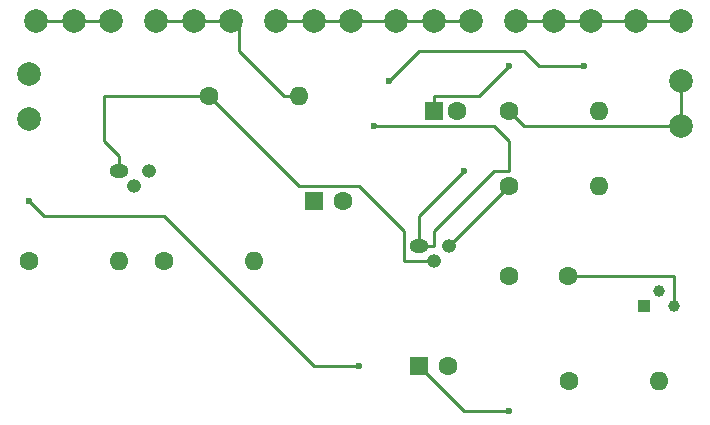
<source format=gbr>
From a3570fe1a74862fe3b49ff83c52edf0bc5e0f8e9 Mon Sep 17 00:00:00 2001
From: Dennis Brentjes <d.brentjes@gmail.com>
Date: Sat, 23 Dec 2017 17:45:31 +0100
Subject: Adds the first pedal to the repo.

---
 zvex fuzz-B.Cu.gbr | 226 +++++++++++++++++++++++++++++++++++++++++++++++++++++
 1 file changed, 226 insertions(+)
 create mode 100644 zvex fuzz-B.Cu.gbr

(limited to 'zvex fuzz-B.Cu.gbr')

diff --git a/zvex fuzz-B.Cu.gbr b/zvex fuzz-B.Cu.gbr
new file mode 100644
index 0000000..f2e432c
--- /dev/null
+++ b/zvex fuzz-B.Cu.gbr	
@@ -0,0 +1,226 @@
+G04 #@! TF.FileFunction,Copper,L2,Bot,Signal*
+%FSLAX46Y46*%
+G04 Gerber Fmt 4.6, Leading zero omitted, Abs format (unit mm)*
+G04 Created by KiCad (PCBNEW 4.0.6) date 10/29/17 11:42:20*
+%MOMM*%
+%LPD*%
+G01*
+G04 APERTURE LIST*
+%ADD10C,0.100000*%
+%ADD11C,1.998980*%
+%ADD12R,1.600000X1.600000*%
+%ADD13C,1.600000*%
+%ADD14C,1.000000*%
+%ADD15R,1.000000X1.000000*%
+%ADD16O,1.600000X1.200000*%
+%ADD17O,1.200000X1.200000*%
+%ADD18O,1.600000X1.600000*%
+%ADD19C,0.600000*%
+%ADD20C,0.250000*%
+G04 APERTURE END LIST*
+D10*
+D11*
+X192405000Y-53340000D03*
+X196215000Y-53340000D03*
+D12*
+X165100000Y-68580000D03*
+D13*
+X167600000Y-68580000D03*
+X181610000Y-74930000D03*
+X186610000Y-74930000D03*
+D12*
+X173990000Y-82550000D03*
+D13*
+X176490000Y-82550000D03*
+D11*
+X161925000Y-53340000D03*
+X165100000Y-53340000D03*
+X168275000Y-53340000D03*
+D12*
+X175260000Y-60960000D03*
+D13*
+X177260000Y-60960000D03*
+D11*
+X172085000Y-53340000D03*
+X175260000Y-53340000D03*
+X178435000Y-53340000D03*
+X151765000Y-53340000D03*
+X154940000Y-53340000D03*
+X158115000Y-53340000D03*
+X140970000Y-61595000D03*
+X140970000Y-57785000D03*
+X196215000Y-62230000D03*
+X196215000Y-58420000D03*
+D14*
+X194310000Y-76200000D03*
+X195580000Y-77470000D03*
+D15*
+X193040000Y-77470000D03*
+D16*
+X173990000Y-72390000D03*
+D17*
+X175260000Y-73660000D03*
+X176530000Y-72390000D03*
+D16*
+X148590000Y-66040000D03*
+D17*
+X149860000Y-67310000D03*
+X151130000Y-66040000D03*
+D13*
+X181610000Y-67310000D03*
+D18*
+X189230000Y-67310000D03*
+D13*
+X186690000Y-83820000D03*
+D18*
+X194310000Y-83820000D03*
+D13*
+X152400000Y-73660000D03*
+D18*
+X160020000Y-73660000D03*
+D13*
+X156210000Y-59690000D03*
+D18*
+X163830000Y-59690000D03*
+D13*
+X140970000Y-73660000D03*
+D18*
+X148590000Y-73660000D03*
+D13*
+X181610000Y-60960000D03*
+D18*
+X189230000Y-60960000D03*
+D11*
+X182245000Y-53340000D03*
+X185420000Y-53340000D03*
+X188595000Y-53340000D03*
+X141605000Y-53340000D03*
+X144780000Y-53340000D03*
+X147955000Y-53340000D03*
+D19*
+X171450000Y-58420000D03*
+X187960000Y-57150000D03*
+X168910000Y-82550000D03*
+X140970000Y-68580000D03*
+X170180000Y-62230000D03*
+X177800000Y-66040000D03*
+X181610000Y-86360000D03*
+X181610000Y-57150000D03*
+D20*
+X196215000Y-53340000D02*
+X192405000Y-53340000D01*
+X171450000Y-58420000D02*
+X173990000Y-55880000D01*
+X173990000Y-55880000D02*
+X182880000Y-55880000D01*
+X182880000Y-55880000D02*
+X184150000Y-57150000D01*
+X184150000Y-57150000D02*
+X187960000Y-57150000D01*
+X168910000Y-82550000D02*
+X165100000Y-82550000D01*
+X165100000Y-82550000D02*
+X152400000Y-69850000D01*
+X152400000Y-69850000D02*
+X142240000Y-69850000D01*
+X142240000Y-69850000D02*
+X140970000Y-68580000D01*
+X140970000Y-62230000D02*
+X140970000Y-61595000D01*
+X173990000Y-72390000D02*
+X175260000Y-72390000D01*
+X175260000Y-72390000D02*
+X175260000Y-71120000D01*
+X175260000Y-71120000D02*
+X180340000Y-66040000D01*
+X180340000Y-66040000D02*
+X181610000Y-66040000D01*
+X181610000Y-66040000D02*
+X181610000Y-63500000D01*
+X181610000Y-63500000D02*
+X180340000Y-62230000D01*
+X180340000Y-62230000D02*
+X170180000Y-62230000D01*
+X173990000Y-72390000D02*
+X173990000Y-69850000D01*
+X173990000Y-69850000D02*
+X177800000Y-66040000D01*
+X186610000Y-74930000D02*
+X195580000Y-74930000D01*
+X195580000Y-74930000D02*
+X195580000Y-77470000D01*
+X186610000Y-83820000D02*
+X186690000Y-83820000D01*
+X173990000Y-82550000D02*
+X177800000Y-86360000D01*
+X177800000Y-86360000D02*
+X181610000Y-86360000D01*
+X181610000Y-60960000D02*
+X182880000Y-62230000D01*
+X182880000Y-62230000D02*
+X196215000Y-62230000D01*
+X196215000Y-62230000D02*
+X196215000Y-58420000D01*
+X181610000Y-57150000D02*
+X179070000Y-59690000D01*
+X179070000Y-59690000D02*
+X175260000Y-59690000D01*
+X175260000Y-59690000D02*
+X175260000Y-60960000D01*
+X181610000Y-67310000D02*
+X176530000Y-72390000D01*
+X168275000Y-53340000D02*
+X165100000Y-53340000D01*
+X175260000Y-53340000D02*
+X178435000Y-53340000D01*
+X172085000Y-53340000D02*
+X168275000Y-53340000D01*
+X165100000Y-53340000D02*
+X161925000Y-53340000D01*
+X175260000Y-53340000D02*
+X172085000Y-53340000D01*
+X158115000Y-53340000D02*
+X158750000Y-53340000D01*
+X158750000Y-53340000D02*
+X158750000Y-55880000D01*
+X158750000Y-55880000D02*
+X162560000Y-59690000D01*
+X162560000Y-59690000D02*
+X163830000Y-59690000D01*
+X158115000Y-53340000D02*
+X158750000Y-53340000D01*
+X158115000Y-53340000D02*
+X154940000Y-53340000D01*
+X154940000Y-53340000D02*
+X151765000Y-53340000D01*
+X156210000Y-59690000D02*
+X163830000Y-67310000D01*
+X163830000Y-67310000D02*
+X168910000Y-67310000D01*
+X168910000Y-67310000D02*
+X172720000Y-71120000D01*
+X172720000Y-71120000D02*
+X172720000Y-73660000D01*
+X172720000Y-73660000D02*
+X175260000Y-73660000D01*
+X156210000Y-59690000D02*
+X147320000Y-59690000D01*
+X147320000Y-59690000D02*
+X147320000Y-63500000D01*
+X147320000Y-63500000D02*
+X148590000Y-64770000D01*
+X148590000Y-64770000D02*
+X148590000Y-66040000D01*
+X148590000Y-53340000D02*
+X147955000Y-53340000D01*
+X147955000Y-53340000D02*
+X144780000Y-53340000D01*
+X144780000Y-53340000D02*
+X141605000Y-53340000D01*
+X192405000Y-53340000D02*
+X188595000Y-53340000D01*
+X188595000Y-53340000D02*
+X185420000Y-53340000D01*
+X185420000Y-53340000D02*
+X182245000Y-53340000D01*
+M02*
-- 
cgit v1.2.3-70-g09d2


</source>
